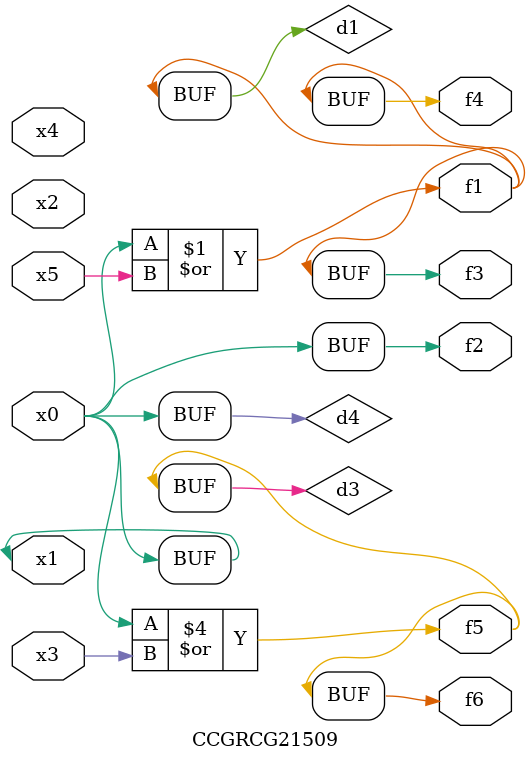
<source format=v>
module CCGRCG21509(
	input x0, x1, x2, x3, x4, x5,
	output f1, f2, f3, f4, f5, f6
);

	wire d1, d2, d3, d4;

	or (d1, x0, x5);
	xnor (d2, x1, x4);
	or (d3, x0, x3);
	buf (d4, x0, x1);
	assign f1 = d1;
	assign f2 = d4;
	assign f3 = d1;
	assign f4 = d1;
	assign f5 = d3;
	assign f6 = d3;
endmodule

</source>
